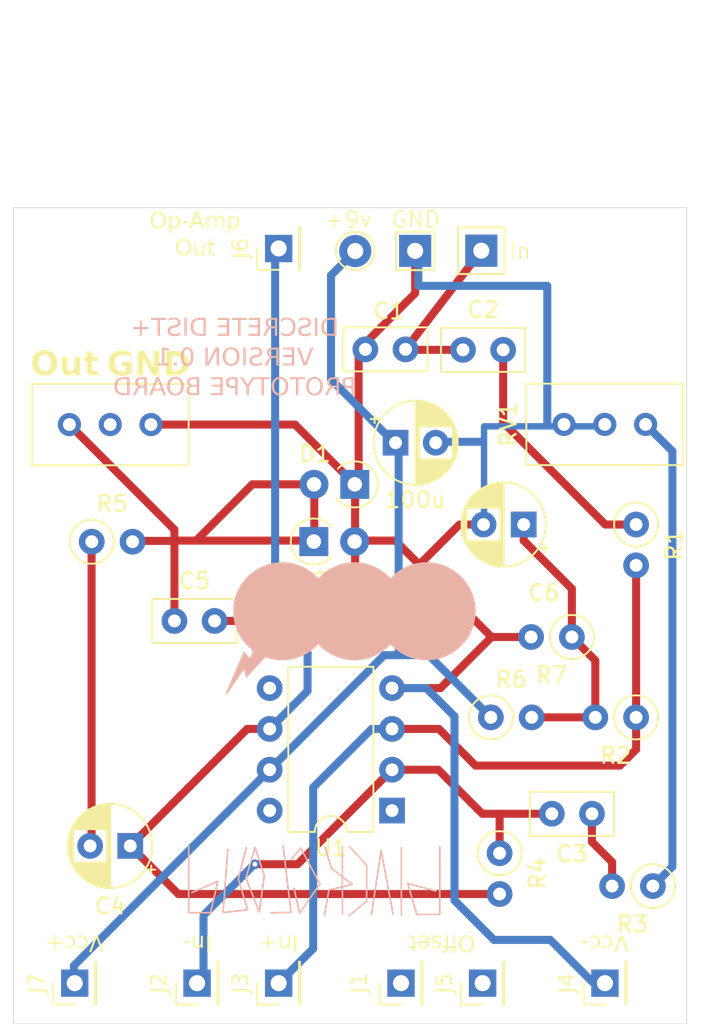
<source format=kicad_pcb>
(kicad_pcb (version 20240108) (generator "pcbnew") (generator_version "8.0")
  (layers (0 "F.Cu" signal) (31 "B.Cu" signal) (34 "B.Paste" user) (35 "F.Paste" user) (36 "B.SilkS" user "B.Silkscreen") (37 "F.SilkS" user "F.Silkscreen") (38 "B.Mask" user) (39 "F.Mask" user) (44 "Edge.Cuts" user))
  (net 0 "")
  (net 1 "Net-(C1-Pad1)")
  (net 2 "GND")
  (net 3 "Net-(C2-Pad2)")
  (net 4 "Net-(U1--)")
  (net 5 "Net-(C3-Pad1)")
  (net 6 "Net-(C4-Pad1)")
  (net 7 "Net-(C4-Pad2)")
  (net 8 "+4.5V")
  (net 9 "Net-(J2-PadT)")
  (net 10 "Net-(U1-+)")
  (net 11 "Net-(R3-Pad1)")
  (net 12 "+9V")
  (net 13 "unconnected-(U1-NULL-Pad1)")
  (footprint "Diode_THT:D_A-405_P2.54mm_Vertical_AnodeUp" (layer "F.Cu") (at 86.48 84 180)
    (property "Reference" "D1" (hide yes))
    (property "Value" "")
    (pad "1" thru_hole rect (at 0 0 180) (size 1.8 1.8) (drill 0.9) (layers "*.Cu" "*.Mask") (net 2 "GND"))
    (pad "2" thru_hole oval (at 2.54 0 180) (size 1.8 1.8) (drill 0.9) (layers "*.Cu" "*.Mask") (net 12 "+9V"))
  )
  (footprint "Capacitor_THT:C_Disc_D5.0mm_W2.5mm_P2.50mm" (layer "F.Cu") (at 89.64 75.6 180)
    (property "Reference" "C1" (at 1.03 2.38 180) (layer "F.SilkS"))
    (property "Value" "1nF")
    (pad "1" thru_hole circle (at 0 0 180) (size 1.6 1.6) (drill 0.8) (layers "*.Cu" "*.Mask"))
    (pad "2" thru_hole circle (at 2.5 0 180) (size 1.6 1.6) (drill 0.8) (layers "*.Cu" "*.Mask") (net 2 "GND"))
  )
  (footprint "Package_DIP:DIP-8_W7.62mm" (layer "F.Cu") (at 88.8 104.3 180)
    (property "Reference" "U1" (at 3.81 -2.33 180) (layer "F.SilkS"))
    (property "Value" "LM741")
    (pad "1" thru_hole rect (at 0 0 180) (size 1.6 1.6) (drill 0.8) (layers "*.Cu" "*.Mask") (net 13 "unconnected-(U1-NULL-Pad1)"))
    (pad "2" thru_hole oval (at 0 2.54 180) (size 1.6 1.6) (drill 0.8) (layers "*.Cu" "*.Mask") (net 4 "Net-(U1--)"))
    (pad "3" thru_hole oval (at 0 5.08 180) (size 1.6 1.6) (drill 0.8) (layers "*.Cu" "*.Mask") (net 10 "Net-(U1-+)"))
    (pad "4" thru_hole oval (at 0 7.62 180) (size 1.6 1.6) (drill 0.8) (layers "*.Cu" "*.Mask") (net 2 "GND"))
    (pad "5" thru_hole oval (at 7.62 7.62 180) (size 1.6 1.6) (drill 0.8) (layers "*.Cu" "*.Mask"))
    (pad "6" thru_hole oval (at 7.62 5.08 180) (size 1.6 1.6) (drill 0.8) (layers "*.Cu" "*.Mask") (net 6 "Net-(C4-Pad1)"))
    (pad "7" thru_hole oval (at 7.62 2.54 180) (size 1.6 1.6) (drill 0.8) (layers "*.Cu" "*.Mask") (net 12 "+9V"))
    (pad "8" thru_hole oval (at 7.62 0 180) (size 1.6 1.6) (drill 0.8) (layers "*.Cu" "*.Mask"))
  )
  (footprint "Capacitor_THT:C_Disc_D5.0mm_W2.5mm_P2.50mm" (layer "F.Cu") (at 93.22 75.63)
    (property "Reference" "C2" (at 1.25 -2.5 0) (layer "F.SilkS"))
    (property "Value" "10nF")
    (pad "1" thru_hole circle (at 0 0) (size 1.6 1.6) (drill 0.8) (layers "*.Cu" "*.Mask") (net 1 "Net-(C1-Pad1)"))
    (pad "2" thru_hole circle (at 2.5 0) (size 1.6 1.6) (drill 0.8) (layers "*.Cu" "*.Mask") (net 3 "Net-(C2-Pad2)"))
  )
  (footprint "Diode_THT:D_A-405_P2.54mm_Vertical_AnodeUp" (layer "F.Cu") (at 83.93 87.56)
    (property "Reference" "D2" (hide yes))
    (property "Value" "")
    (pad "1" thru_hole rect (at 0 0) (size 1.8 1.8) (drill 0.9) (layers "*.Cu" "*.Mask") (net 12 "+9V"))
    (pad "2" thru_hole oval (at 2.54 0) (size 1.8 1.8) (drill 0.9) (layers "*.Cu" "*.Mask") (net 2 "GND"))
  )
  (footprint "Connector_PinHeader_2.54mm:PinHeader_1x01_P2.54mm_Vertical" (layer "F.Cu") (at 81.74 115.04 90)
    (property "Reference" "J3" (at 0 -2.33 -90) (layer "F.SilkS"))
    (property "Value" "Conn_01x01" (hide yes))
    (pad "1" thru_hole rect (at 0 0 90) (size 1.7 1.7) (drill 1) (layers "*.Cu" "*.Mask") (net 10 "Net-(U1-+)"))
  )
  (footprint "Connector_PinHeader_2.54mm:PinHeader_1x01_P2.54mm_Vertical" (layer "F.Cu") (at 94.44 115.04 90)
    (property "Reference" "J5" (at 0 -2.33 -90) (layer "F.SilkS"))
    (property "Value" "Conn_01x01" (hide yes))
    (pad "1" thru_hole rect (at 0 0 90) (size 1.7 1.7) (drill 1) (layers "*.Cu" "*.Mask"))
  )
  (footprint "Capacitor_THT:C_Disc_D5.0mm_W2.5mm_P2.50mm" (layer "F.Cu") (at 75.25 92.5)
    (property "Reference" "C5" (at 1.25 -2.5 0) (layer "F.SilkS"))
    (property "Value" "1n")
    (pad "1" thru_hole circle (at 0 0) (size 1.6 1.6) (drill 0.8) (layers "*.Cu" "*.Mask") (net 12 "+9V"))
    (pad "2" thru_hole circle (at 2.5 0) (size 1.6 1.6) (drill 0.8) (layers "*.Cu" "*.Mask") (net 2 "GND"))
  )
  (footprint "Resistor_THT:R_Axial_DIN0207_L6.3mm_D2.5mm_P2.54mm_Vertical" (layer "F.Cu") (at 104 86.5 -90)
    (property "Reference" "R1" (at 1.27 -2.37 90) (layer "F.SilkS"))
    (property "Value" "10k")
    (pad "1" thru_hole circle (at 0 0 270) (size 1.6 1.6) (drill 0.8) (layers "*.Cu" "*.Mask") (net 3 "Net-(C2-Pad2)"))
    (pad "2" thru_hole oval (at 2.54 0 270) (size 1.6 1.6) (drill 0.8) (layers "*.Cu" "*.Mask") (net 10 "Net-(U1-+)"))
  )
  (footprint "Capacitor_THT:CP_Radial_D5.0mm_P2.50mm" (layer "F.Cu") (at 97 86.5 180)
    (property "Reference" "C6" (at -1.25 -4.25 180) (layer "F.SilkS"))
    (property "Value" "1u")
    (pad "1" thru_hole rect (at 0 0 180) (size 1.6 1.6) (drill 0.8) (layers "*.Cu" "*.Mask") (net 8 "+4.5V"))
    (pad "2" thru_hole circle (at 2.5 0 180) (size 1.6 1.6) (drill 0.8) (layers "*.Cu" "*.Mask") (net 2 "GND"))
  )
  (footprint "Capacitor_THT:CP_Radial_D5.0mm_P2.50mm" (layer "F.Cu") (at 89.02 81.41)
    (property "Reference" "100u" (at 1.22 3.55 0) (layer "F.SilkS"))
    (property "Value" "CP_Radial_D5.0mm_P2.50mm")
    (pad "1" thru_hole rect (at 0 0) (size 1.6 1.6) (drill 0.8) (layers "*.Cu" "*.Mask"))
    (pad "2" thru_hole circle (at 2.5 0) (size 1.6 1.6) (drill 0.8) (layers "*.Cu" "*.Mask"))
  )
  (footprint "TestPoint:TestPoint_THTPad_2.0x2.0mm_Drill1.0mm" (layer "F.Cu") (at 90.24 69.47)
    (property "Reference" "GND" (hide yes))
    (property "Value" "" (hide yes))
    (pad "1" thru_hole rect (at 0 0) (size 2 2) (drill 1) (layers "*.Cu" "*.Mask") (net 2 "GND"))
  )
  (footprint "Potentiometer_THT:Potentiometer_Bourns_3386C_Horizontal" (layer "F.Cu") (at 99.51 80.27 90)
    (property "Reference" "RV1" (at 0 -3.475 -90) (layer "F.SilkS"))
    (property "Value" "1M")
    (pad "1" thru_hole circle (at 0 0 90) (size 1.44 1.44) (drill 0.8) (layers "*.Cu" "*.Mask") (net 2 "GND"))
    (pad "2" thru_hole circle (at 0 2.54 90) (size 1.44 1.44) (drill 0.8) (layers "*.Cu" "*.Mask") (net 2 "GND"))
    (pad "3" thru_hole circle (at 0 5.08 90) (size 1.44 1.44) (drill 0.8) (layers "*.Cu" "*.Mask") (net 11 "Net-(R3-Pad1)"))
  )
  (footprint "MountingHole:MountingHole_3.2mm_M3" (layer "F.Cu") (at 102 71.5 90)
    (property "Reference" "REF**" (hide yes))
    (property "Value" "MountingHole_3.2mm_M3" (hide yes))
    (pad "" np_thru_hole circle (at 0 0 90) (size 3.2 3.2) (drill 3.2) (layers "*.Cu" "*.Mask"))
  )
  (footprint "Capacitor_THT:C_Disc_D5.0mm_W2.5mm_P2.50mm" (layer "F.Cu") (at 101.25 104.5 180)
    (property "Reference" "C3" (at 1.25 -2.5 180) (layer "F.SilkS"))
    (property "Value" "47nF")
    (pad "1" thru_hole circle (at 0 0 180) (size 1.6 1.6) (drill 0.8) (layers "*.Cu" "*.Mask") (net 5 "Net-(C3-Pad1)"))
    (pad "2" thru_hole circle (at 2.5 0 180) (size 1.6 1.6) (drill 0.8) (layers "*.Cu" "*.Mask") (net 4 "Net-(U1--)"))
  )
  (footprint "Resistor_THT:R_Axial_DIN0207_L6.3mm_D2.5mm_P2.54mm_Vertical" (layer "F.Cu") (at 70.1 87.57)
    (property "Reference" "R5" (at 1.27 -2.37 0) (layer "F.SilkS"))
    (property "Value" "10k")
    (pad "1" thru_hole circle (at 0 0) (size 1.6 1.6) (drill 0.8) (layers "*.Cu" "*.Mask") (net 7 "Net-(C4-Pad2)"))
    (pad "2" thru_hole oval (at 2.54 0) (size 1.6 1.6) (drill 0.8) (layers "*.Cu" "*.Mask") (net 12 "+9V"))
  )
  (footprint "Resistor_THT:R_Axial_DIN0207_L6.3mm_D2.5mm_P2.54mm_Vertical" (layer "F.Cu") (at 94.955 98.5)
    (property "Reference" "R6" (at 1.27 -2.37 0) (layer "F.SilkS"))
    (property "Value" "1M")
    (pad "1" thru_hole circle (at 0 0) (size 1.6 1.6) (drill 0.8) (layers "*.Cu" "*.Mask") (net 12 "+9V"))
    (pad "2" thru_hole oval (at 2.54 0) (size 1.6 1.6) (drill 0.8) (layers "*.Cu" "*.Mask") (net 8 "+4.5V"))
  )
  (footprint "Resistor_THT:R_Axial_DIN0207_L6.3mm_D2.5mm_P2.54mm_Vertical" (layer "F.Cu") (at 104 98.5 180)
    (property "Reference" "R2" (at 1.27 -2.37 180) (layer "F.SilkS"))
    (property "Value" "1M")
    (pad "1" thru_hole circle (at 0 0 180) (size 1.6 1.6) (drill 0.8) (layers "*.Cu" "*.Mask") (net 10 "Net-(U1-+)"))
    (pad "2" thru_hole oval (at 2.54 0 180) (size 1.6 1.6) (drill 0.8) (layers "*.Cu" "*.Mask") (net 8 "+4.5V"))
  )
  (footprint "Potentiometer_THT:Potentiometer_Bourns_3386C_Horizontal" (layer "F.Cu") (at 73.79 80.28 -90)
    (property "Reference" "Out1" (hide yes))
    (property "Value" "10k")
    (pad "1" thru_hole circle (at 0 0 270) (size 1.44 1.44) (drill 0.8) (layers "*.Cu" "*.Mask") (net 2 "GND"))
    (pad "2" thru_hole circle (at 0 2.54 270) (size 1.44 1.44) (drill 0.8) (layers "*.Cu" "*.Mask") (net 9 "Net-(J2-PadT)"))
    (pad "3" thru_hole circle (at 0 5.08 270) (size 1.44 1.44) (drill 0.8) (layers "*.Cu" "*.Mask") (net 12 "+9V"))
  )
  (footprint "Resistor_THT:R_Axial_DIN0207_L6.3mm_D2.5mm_P2.54mm_Vertical" (layer "F.Cu") (at 100 93.5 180)
    (property "Reference" "R7" (at 1.27 -2.37 180) (layer "F.SilkS"))
    (property "Value" "1M")
    (pad "1" thru_hole circle (at 0 0 180) (size 1.6 1.6) (drill 0.8) (layers "*.Cu" "*.Mask") (net 8 "+4.5V"))
    (pad "2" thru_hole oval (at 2.54 0 180) (size 1.6 1.6) (drill 0.8) (layers "*.Cu" "*.Mask") (net 2 "GND"))
  )
  (footprint "Connector_PinHeader_2.54mm:PinHeader_1x01_P2.54mm_Vertical" (layer "F.Cu") (at 81.74 69.32 90)
    (property "Reference" "J6" (at 0 -2.33 -90) (layer "F.SilkS"))
    (property "Value" "Conn_01x01" (hide yes))
    (pad "1" thru_hole rect (at 0 0 90) (size 1.7 1.7) (drill 1) (layers "*.Cu" "*.Mask") (net 6 "Net-(C4-Pad1)"))
  )
  (footprint "Connector_PinHeader_2.54mm:PinHeader_1x01_P2.54mm_Vertical" (layer "F.Cu") (at 76.66 115.04 90)
    (property "Reference" "J2" (at 0 -2.33 -90) (layer "F.SilkS"))
    (property "Value" "Conn_01x01" (hide yes))
    (pad "1" thru_hole rect (at 0 0 90) (size 1.7 1.7) (drill 1) (layers "*.Cu" "*.Mask") (net 4 "Net-(U1--)"))
  )
  (footprint "TestPoint:TestPoint_THTPad_2.5x2.5mm_Drill1.2mm" (layer "F.Cu") (at 94.36 69.46 90)
    (property "Reference" "IN" (hide yes))
    (property "Value" "TestPoint_THTPad_2.5x2.5mm_Drill1.2mm")
    (pad "1" thru_hole rect (at 0 0 90) (size 2 2) (drill 1) (layers "*.Cu" "*.Mask"))
  )
  (footprint "Connector_PinHeader_2.54mm:PinHeader_1x01_P2.54mm_Vertical" (layer "F.Cu") (at 89.36 115.04 90)
    (property "Reference" "J1" (at 0 -2.54 -90) (layer "F.SilkS"))
    (property "Value" "Conn_01x01" (hide yes))
    (pad "1" thru_hole rect (at 0 0 90) (size 1.7 1.7) (drill 1) (layers "*.Cu" "*.Mask"))
  )
  (footprint "MountingHole:MountingHole_3.2mm_M3" (layer "F.Cu") (at 70 71.5 90)
    (property "Reference" "REF**" (hide yes))
    (property "Value" "MountingHole_3.2mm_M3" (hide yes))
    (pad "" np_thru_hole circle (at 0 0 90) (size 3.2 3.2) (drill 3.2) (layers "*.Cu" "*.Mask"))
  )
  (footprint "Capacitor_THT:CP_Radial_D5.0mm_P2.50mm" (layer "F.Cu") (at 72.5 106.5 180)
    (property "Reference" "C4" (at 1.25 -3.75 180) (layer "F.SilkS"))
    (property "Value" "1uF")
    (pad "1" thru_hole rect (at 0 0 180) (size 1.6 1.6) (drill 0.8) (layers "*.Cu" "*.Mask") (net 6 "Net-(C4-Pad1)"))
    (pad "2" thru_hole circle (at 2.5 0 180) (size 1.6 1.6) (drill 0.8) (layers "*.Cu" "*.Mask") (net 7 "Net-(C4-Pad2)"))
  )
  (footprint "Resistor_THT:R_Axial_DIN0207_L6.3mm_D2.5mm_P2.54mm_Vertical" (layer "F.Cu") (at 95.5 106.955 -90)
    (property "Reference" "R4" (at 1.27 -2.37 90) (layer "F.SilkS"))
    (property "Value" "1M")
    (pad "1" thru_hole circle (at 0 0 270) (size 1.6 1.6) (drill 0.8) (layers "*.Cu" "*.Mask") (net 4 "Net-(U1--)"))
    (pad "2" thru_hole oval (at 2.54 0 270) (size 1.6 1.6) (drill 0.8) (layers "*.Cu" "*.Mask") (net 6 "Net-(C4-Pad1)"))
  )
  (footprint "Resistor_THT:R_Axial_DIN0207_L6.3mm_D2.5mm_P2.54mm_Vertical" (layer "F.Cu") (at 105.045 109 180)
    (property "Reference" "R3" (at 1.27 -2.37 180) (layer "F.SilkS"))
    (property "Value" "4.7k")
    (pad "1" thru_hole circle (at 0 0 180) (size 1.6 1.6) (drill 0.8) (layers "*.Cu" "*.Mask") (net 11 "Net-(R3-Pad1)"))
    (pad "2" thru_hole oval (at 2.54 0 180) (size 1.6 1.6) (drill 0.8) (layers "*.Cu" "*.Mask") (net 5 "Net-(C3-Pad1)"))
  )
  (footprint "TestPoint:TestPoint_THTPad_D2.0mm_Drill1.0mm" (layer "F.Cu") (at 86.51 69.48)
    (property "Reference" "+9v" (hide yes))
    (property "Value" "" (hide yes))
    (pad "1" thru_hole circle (at 0 0) (size 2 2) (drill 1) (layers "*.Cu" "*.Mask") (net 12 "+9V"))
  )
  (footprint "Connector_PinHeader_2.54mm:PinHeader_1x01_P2.54mm_Vertical" (layer "F.Cu") (at 69.04 115.04 90)
    (property "Reference" "J7" (at 0 -2.33 -90) (layer "F.SilkS"))
    (property "Value" "Conn_01x01" (hide yes))
    (pad "1" thru_hole rect (at 0 0 90) (size 1.7 1.7) (drill 1) (layers "*.Cu" "*.Mask") (net 12 "+9V"))
  )
  (footprint "Connector_PinHeader_2.54mm:PinHeader_1x01_P2.54mm_Vertical" (layer "F.Cu") (at 102.06 115.04 90)
    (property "Reference" "J4" (at 0 -2.33 -90) (layer "F.SilkS"))
    (property "Value" "Conn_01x01" (hide yes))
    (pad "1" thru_hole rect (at 0 0 90) (size 1.7 1.7) (drill 1) (layers "*.Cu" "*.Mask") (net 2 "GND"))
  )
  (footprint "Black Cloud Main:BlackCloudonlyHellaSmall" (layer "B.Cu") (at 86.457948 91.397054 180)
    (property "Reference" "REF**" (at 0 0.5 0) (layer "B.SilkS") (effects (font (thickness 0.1))))
    (property "Value" "")
  )
  (footprint "TJLibrary:BlackCloudLogoOnlySmall" (layer "B.Cu") (at 84.31 108.86 180)
    (property "Reference" "REF**" (hide yes))
    (property "Value" "BlackCloudLogoOnlySmall")
  )
  (gr_line (start 75.135 87.52) (end 73.145 87.52) (stroke (width 0.5)) (layer "F.Cu") (net 12))
  (gr_line (start 70.09 88.13) (end 70.09 106.73) (stroke (width 0.5)) (layer "F.Cu") (net 7))
  (gr_line (start 89.64 75.6) (end 94.36 69.46) (stroke (width 0.5)) (layer "F.Cu") (net 1))
  (gr_line (start 98.47 77.68) (end 98.47 71.65) (stroke (width 0.5)) (layer "B.Cu") (net 2))
  (gr_line (start 94.53 85.89) (end 94.53 80.389983) (stroke (width 0.4)) (layer "B.Cu") (net 2))
  (gr_line (start 94.55 80.39) (end 101.92 80.39) (stroke (width 0.4)) (layer "B.Cu") (net 2))
  (gr_line (start 92.19 81.35) (end 94.44 81.35) (stroke (width 0.5)) (layer "B.Cu") (net 2))
  (gr_line (start 98.47 71.65) (end 90.438948 71.65) (stroke (width 0.5)) (layer "B.Cu") (net 2))
  (gr_line (start 98.47 77.68) (end 98.47 80.2) (stroke (width 0.5)) (layer "B.Cu") (net 2))
  (gr_line (start 94.54 86.57) (end 94.54 86.57) (stroke (width 0.4)) (layer "B.Cu") (net 2))
  (gr_line (start 90.44 71.52) (end 90.44 70.129856) (stroke (width 0.5)) (layer "B.Cu") (net 2))
  (gr_line (start 107.14 117.58) (end 65.23 117.58) (stroke (width 0.05)) (layer "Edge.Cuts"))
  (gr_line (start 65.23 117.58) (end 65.23 66.78) (stroke (width 0.05)) (layer "Edge.Cuts"))
  (gr_line (start 107.14 66.78) (end 107.14 117.58) (stroke (width 0.05)) (layer "Edge.Cuts"))
  (gr_line (start 65.23 66.78) (end 107.14 66.78) (stroke (width 0.05)) (layer "Edge.Cuts"))
  (gr_text "DISCRETE DIST+\nVERSION 0.1\nPROTOTYPE BOARD" (at 79 76.15 0) (layer "B.SilkS") (effects (font (size 1.1 1.1)) (justify mirror)))
  (gr_text "Vcc-" (at 102.06 112.5 180) (layer "F.SilkS") (effects (font (size 1 1))))
  (gr_text "Vcc+" (at 69.04 112.5 180) (layer "F.SilkS") (effects (font (size 1 1))))
  (gr_text "Op-Amp\nOut" (at 76.53 68.49 0) (layer "F.SilkS") (effects (font (size 1 1))))
  (gr_text "D2" (at 82.79 90.61 0) (layer "F.SilkS") (effects (font (size 1 1)) (justify left bottom)))
  (gr_text "+9v" (at 84.53 68.11 0) (layer "F.SilkS") (effects (font (size 1 1) (thickness 0.1)) (justify left bottom)))
  (gr_text "D1" (at 82.93 82.68 0) (layer "F.SilkS") (effects (font (size 1 1)) (justify left bottom)))
  (gr_text "In+" (at 81.74 112.5 180) (layer "F.SilkS") (effects (font (size 1 1))))
  (gr_text "In" (at 96 70.06 0) (layer "F.SilkS") (effects (font (size 1 1) (thickness 0.1)) (justify left bottom)))
  (gr_text "Out" (at 66.28 77.46 0) (layer "F.SilkS") (effects (font (size 1.5 1.5) (thickness 0.3) (bold yes)) (justify left bottom)))
  (gr_text "GND" (at 76.25 77.48 0) (layer "F.SilkS") (effects (font (size 1.5 1.5) (thickness 0.3) (bold yes)) (justify right bottom)))
  (gr_text "GND" (at 88.69 68.11 0) (layer "F.SilkS") (effects (font (size 1 1) (thickness 0.1)) (justify left bottom)))
  (gr_text "Offset" (at 91.9 112.5 180) (layer "F.SilkS") (effects (font (size 1 1))))
  (gr_text "In-" (at 76.66 112.5 180) (layer "F.SilkS") (effects (font (size 1 1))))
  (segment (start 89.22 75.63) (end 93.22 75.63) (width 0.5) (layer "F.Cu") (net 1))
  (segment (start 95 93.5) (end 90.5 89) (width 0.5) (layer "F.Cu") (net 2))
  (segment (start 86.72 75.63) (end 86.72 79.33) (width 0.5) (layer "F.Cu") (net 2))
  (segment (start 86.5 89.5) (end 86.5 87.5) (width 0.5) (layer "F.Cu") (net 2))
  (segment (start 77.75 92.5) (end 83.5 92.5) (width 0.5) (layer "F.Cu") (net 2))
  (segment (start 86.5 87.5) (end 89 87.5) (width 0.5) (layer "F.Cu") (net 2))
  (segment (start 73.79 80.28) (end 82.76 80.28) (width 0.5) (layer "F.Cu") (net 2))
  (segment (start 91.82 96.68) (end 95 93.5) (width 0.5) (layer "F.Cu") (net 2))
  (segment (start 89 87.5) (end 90.5 89) (width 0.5) (layer "F.Cu") (net 2))
  (segment (start 86.5 83.505) (end 86.5 87.5) (width 0.5) (layer "F.Cu") (net 2))
  (segment (start 86.495 83.5) (end 86.5 83.505) (width 0.2) (layer "F.Cu") (net 2))
  (segment (start 82.76 80.28) (end 86.48 84) (width 0.5) (layer "F.Cu") (net 2))
  (segment (start 97.46 93.5) (end 95 93.5) (width 0.5) (layer "F.Cu") (net 2))
  (segment (start 93 86.5) (end 90.5 89) (width 0.5) (layer "F.Cu") (net 2))
  (segment (start 90.24 69.47) (end 90.24 72.11) (width 0.5) (layer "F.Cu") (net 2))
  (segment (start 83.5 92.5) (end 86.5 89.5) (width 0.5) (layer "F.Cu") (net 2))
  (segment (start 86.48 84) (end 86.1 84) (width 0.5) (layer "F.Cu") (net 2))
  (segment (start 86.72 83.275) (end 86.495 83.5) (width 0.5) (layer "F.Cu") (net 2))
  (segment (start 88.8 96.68) (end 91.82 96.68) (width 0.5) (layer "F.Cu") (net 2))
  (segment (start 90.24 72.11) (end 87.108908 75.241092) (width 0.5) (layer "F.Cu") (net 2))
  (segment (start 94.5 86.5) (end 93 86.5) (width 0.5) (layer "F.Cu") (net 2))
  (segment (start 86.72 79.33) (end 86.72 83.275) (width 0.5) (layer "F.Cu") (net 2))
  (segment (start 88.8 96.68) (end 90.93 96.68) (width 0.5) (layer "B.Cu") (net 2))
  (segment (start 101.28 114.97) (end 101.44 114.97) (width 0.2) (layer "B.Cu") (net 2))
  (segment (start 98.66 112.35) (end 101.28 114.97) (width 0.5) (layer "B.Cu") (net 2))
  (segment (start 90.93 96.68) (end 92.69 98.44) (width 0.5) (layer "B.Cu") (net 2))
  (segment (start 95.15 112.35) (end 98.66 112.35) (width 0.5) (layer "B.Cu") (net 2))
  (segment (start 92.69 98.44) (end 92.69 109.89) (width 0.5) (layer "B.Cu") (net 2))
  (segment (start 92.69 109.89) (end 95.15 112.35) (width 0.5) (layer "B.Cu") (net 2))
  (segment (start 102.08 86.5) (end 104 86.5) (width 0.5) (layer "F.Cu") (net 3))
  (segment (start 95.72 80.14) (end 102.08 86.5) (width 0.5) (layer "F.Cu") (net 3))
  (segment (start 95.72 75.63) (end 95.72 80.14) (width 0.5) (layer "F.Cu") (net 3))
  (segment (start 82.92 107.64) (end 80.29 107.64) (width 0.5) (layer "F.Cu") (net 4))
  (segment (start 80.29 107.64) (end 80.26 107.64) (width 0.2) (layer "F.Cu") (net 4))
  (segment (start 94.42 104.5) (end 95.47 104.5) (width 0.5) (layer "F.Cu") (net 4))
  (segment (start 95.5 106.955) (end 95.5 104.53) (width 0.5) (layer "F.Cu") (net 4))
  (segment (start 88.8 101.76) (end 91.68 101.76) (width 0.5) (layer "F.Cu") (net 4))
  (segment (start 80.26 107.67) (end 80.25 107.68) (width 0.2) (layer "F.Cu") (net 4))
  (segment (start 80.29 107.64) (end 80.29 107.64) (width 0.2) (layer "F.Cu") (net 4))
  (segment (start 95.47 104.5) (end 98.75 104.5) (width 0.5) (layer "F.Cu") (net 4))
  (segment (start 91.68 101.76) (end 94.42 104.5) (width 0.5) (layer "F.Cu") (net 4))
  (segment (start 95.5 104.53) (end 95.47 104.5) (width 0.5) (layer "F.Cu") (net 4))
  (segment (start 88.8 101.76) (end 82.92 107.64) (width 0.5) (layer "F.Cu") (net 4))
  (segment (start 88.8 101.845) (end 88.8 101.76) (width 0.2) (layer "F.Cu") (net 4))
  (segment (start 80.26 107.64) (end 80.26 107.67) (width 0.2) (layer "F.Cu") (net 4))
  (via (at 80.26 107.64) (size 0.6) (drill 0.3) (layers "F.Cu" "B.Cu") (net 4))
  (segment (start 80.28 107.59) (end 77.06 110.81) (width 0.5) (layer "B.Cu") (net 4))
  (segment (start 80.26 107.64) (end 80.26 107.61) (width 0.2) (layer "B.Cu") (net 4))
  (segment (start 77.06 110.81) (end 77.06 110.82) (width 0.2) (layer "B.Cu") (net 4))
  (segment (start 80.26 107.61) (end 80.28 107.59) (width 0.2) (layer "B.Cu") (net 4))
  (segment (start 77.06 110.82) (end 77.06 110.95) (width 0.2) (layer "B.Cu") (net 4))
  (segment (start 77.06 110.95) (end 77.06 114.47) (width 0.5) (layer "B.Cu") (net 4))
  (segment (start 102.505 107.505) (end 101.25 106.25) (width 0.5) (layer "F.Cu") (net 5))
  (segment (start 102.505 109) (end 102.505 107.505) (width 0.5) (layer "F.Cu") (net 5))
  (segment (start 101.25 106.25) (end 101.25 104.5) (width 0.5) (layer "F.Cu") (net 5))
  (segment (start 79.78 99.22) (end 72.5 106.5) (width 0.5) (layer "F.Cu") (net 6))
  (segment (start 95.5 109.495) (end 75.495 109.495) (width 0.5) (layer "F.Cu") (net 6))
  (segment (start 75.495 109.495) (end 72.5 106.5) (width 0.5) (layer "F.Cu") (net 6))
  (segment (start 81.18 99.22) (end 79.78 99.22) (width 0.5) (layer "F.Cu") (net 6))
  (segment (start 81.52 92.47) (end 81.52 70.11) (width 0.5) (layer "B.Cu") (net 6))
  (segment (start 81.18 99.22) (end 83.54 96.86) (width 0.5) (layer "B.Cu") (net 6))
  (segment (start 81.52 70.11) (end 81.48 70.07) (width 0.2) (layer "B.Cu") (net 6))
  (segment (start 83.54 94.49) (end 81.52 92.47) (width 0.5) (layer "B.Cu") (net 6))
  (segment (start 83.54 96.86) (end 83.54 94.49) (width 0.5) (layer "B.Cu") (net 6))
  (segment (start 97 87.5) (end 100 90.5) (width 0.5) (layer "F.Cu") (net 8))
  (segment (start 101.46 98.5) (end 101.46 94.96) (width 0.5) (layer "F.Cu") (net 8))
  (segment (start 100 90.5) (end 100 93.5) (width 0.5) (layer "F.Cu") (net 8))
  (segment (start 101.46 94.96) (end 100 93.5) (width 0.5) (layer "F.Cu") (net 8))
  (segment (start 97 86.5) (end 97 87.5) (width 0.5) (layer "F.Cu") (net 8))
  (segment (start 97.495 98.5) (end 101.46 98.5) (width 0.5) (layer "F.Cu") (net 8))
  (segment (start 103 101.5) (end 94 101.5) (width 0.5) (layer "F.Cu") (net 10))
  (segment (start 104 98.5) (end 104 89.04) (width 0.5) (layer "F.Cu") (net 10))
  (segment (start 104 98.5) (end 104 100.5) (width 0.5) (layer "F.Cu") (net 10))
  (segment (start 104 100.5) (end 103 101.5) (width 0.5) (layer "F.Cu") (net 10))
  (segment (start 94 101.5) (end 91.72 99.22) (width 0.5) (layer "F.Cu") (net 10))
  (segment (start 91.72 99.22) (end 88.8 99.22) (width 0.5) (layer "F.Cu") (net 10))
  (segment (start 81.74 115.04) (end 83.89 112.89) (width 0.5) (layer "B.Cu") (net 10))
  (segment (start 83.89 102.86) (end 87.53 99.22) (width 0.5) (layer "B.Cu") (net 10))
  (segment (start 83.89 112.89) (end 83.89 102.86) (width 0.5) (layer "B.Cu") (net 10))
  (segment (start 82.06 114.88) (end 82.05 114.88) (width 0.2) (layer "B.Cu") (net 10))
  (segment (start 81.74 115.04) (end 83.72 113.06) (width 0.5) (layer "B.Cu") (net 10))
  (segment (start 87.53 99.22) (end 88.8 99.22) (width 0.5) (layer "B.Cu") (net 10))
  (segment (start 106.26 107.785) (end 106.26 81.94) (width 0.5) (layer "B.Cu") (net 11))
  (segment (start 106.26 81.94) (end 104.59 80.27) (width 0.5) (layer "B.Cu") (net 11))
  (segment (start 105.045 109) (end 106.26 107.785) (width 0.5) (layer "B.Cu") (net 11))
  (segment (start 75.25 86.82) (end 75.25 92.5) (width 0.5) (layer "F.Cu") (net 12))
  (segment (start 83.96 87.5) (end 75.26 87.5) (width 0.5) (layer "F.Cu") (net 12))
  (segment (start 83.955 83.5) (end 83.455 84) (width 0.5) (layer "F.Cu") (net 12))
  (segment (start 68.71 80.28) (end 75.25 86.82) (width 0.5) (layer "F.Cu") (net 12))
  (segment (start 83.96 83.505) (end 83.955 83.5) (width 0.2) (layer "F.Cu") (net 12))
  (segment (start 83.455 84) (end 80.1 84) (width 0.5) (layer "F.Cu") (net 12))
  (segment (start 83.889657 83.200343) (end 84.36 83.670686) (width 0.2) (layer "F.Cu") (net 12))
  (segment (start 68.97 80.02) (end 68.71 80.28) (width 0.2) (layer "F.Cu") (net 12))
  (segment (start 80.1 84) (end 76.6 87.5) (width 0.5) (layer "F.Cu") (net 12))
  (segment (start 75.25 86.86) (end 75.25 86.82) (width 0.5) (layer "F.Cu") (net 12))
  (segment (start 83.96 83.505) (end 83.96 87.5) (width 0.5) (layer "F.Cu") (net 12))
  (segment (start 75.26 87.5) (end 75.25 87.49) (width 0.5) (layer "F.Cu") (net 12))
  (segment (start 89.21 81.68) (end 89.21 94.63) (width 0.5) (layer "B.Cu") (net 12))
  (segment (start 81.18 101.76) (end 68.99 113.95) (width 0.5) (layer "B.Cu") (net 12))
  (segment (start 94.97 98.515) (end 91.085 94.63) (width 0.5) (layer "B.Cu") (net 12))
  (segment (start 88.31 94.63) (end 81.18 101.76) (width 0.5) (layer "B.Cu") (net 12))
  (segment (start 85.99 70) (end 85 70.99) (width 0.5) (layer "B.Cu") (net 12))
  (segment (start 85 77.47) (end 89.21 81.68) (width 0.5) (layer "B.Cu") (net 12))
  (segment (start 68.99 113.95) (end 68.99 114.54) (width 0.5) (layer "B.Cu") (net 12))
  (segment (start 91.085 94.63) (end 88.31 94.63) (width 0.5) (layer "B.Cu") (net 12))
  (segment (start 85 70.99) (end 85 77.47) (width 0.5) (layer "B.Cu") (net 12))
  (segment (start 86.5 70) (end 85.99 70) (width 0.5) (layer "B.Cu") (net 12))
  (segment (start 89.61 114.35) (end 89.6 114.36) (width 0.2) (layer "B.Cu") (net 13))
)
</source>
